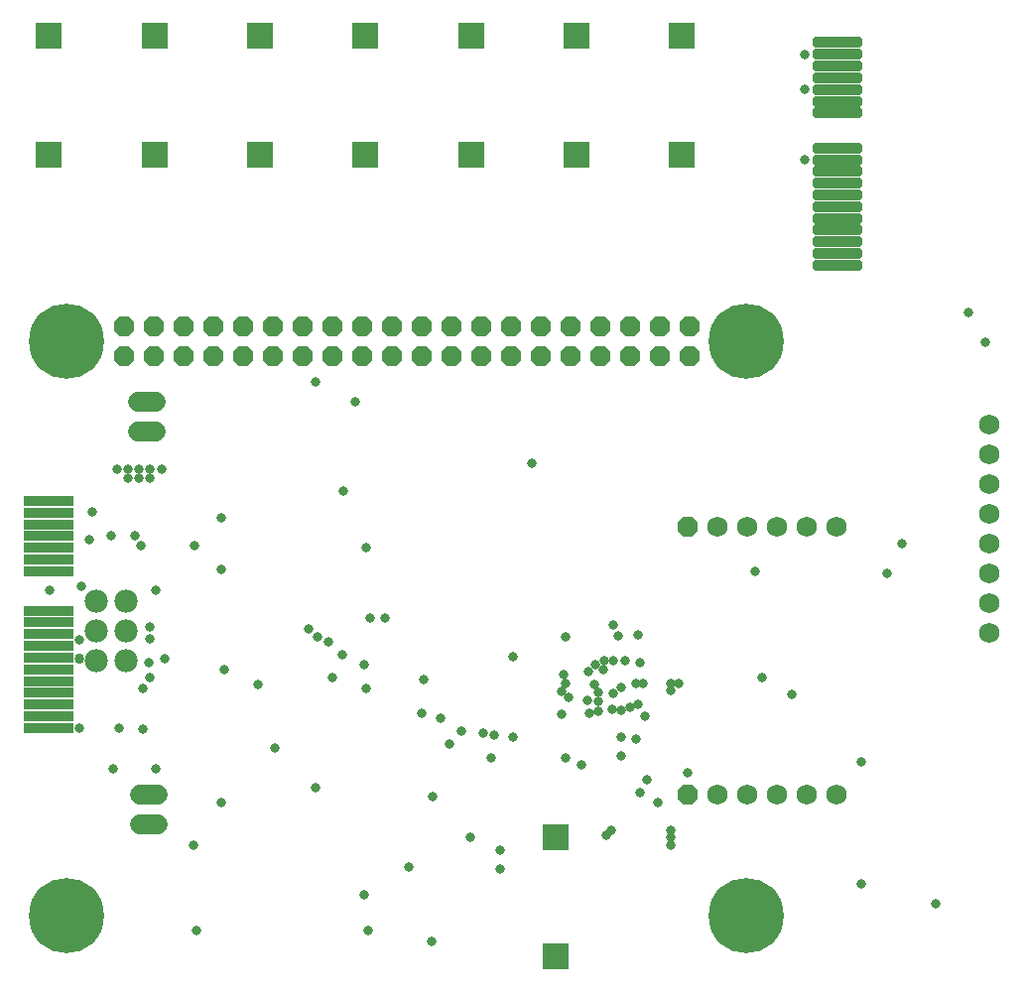
<source format=gbr>
G04 EAGLE Gerber RS-274X export*
G75*
%MOMM*%
%FSLAX34Y34*%
%LPD*%
%INSoldermask Bottom*%
%IPPOS*%
%AMOC8*
5,1,8,0,0,1.08239X$1,22.5*%
G01*
%ADD10C,1.727200*%
%ADD11C,6.403200*%
%ADD12P,1.869504X8X22.500000*%
%ADD13R,4.203200X0.953200*%
%ADD14C,0.478694*%
%ADD15R,2.184400X2.184400*%
%ADD16C,1.981200*%
%ADD17P,1.869504X8X112.500000*%
%ADD18C,1.727200*%
%ADD19C,0.812800*%
%ADD20C,0.858000*%


D10*
X822325Y276225D03*
X822325Y301625D03*
X822325Y327025D03*
X822325Y352425D03*
X822325Y377825D03*
X822325Y403225D03*
X822325Y428625D03*
X822325Y454025D03*
D11*
X35000Y35000D03*
X615000Y35000D03*
X615000Y525000D03*
X35000Y525000D03*
D12*
X83700Y512300D03*
X109100Y512300D03*
X134500Y512300D03*
X159900Y512300D03*
X185300Y512300D03*
X210700Y512300D03*
X83700Y537700D03*
X109100Y537700D03*
X134500Y537700D03*
X159900Y537700D03*
X185300Y537700D03*
X210700Y537700D03*
X236100Y512300D03*
X236100Y537700D03*
X261500Y512300D03*
X286900Y512300D03*
X312300Y512300D03*
X337700Y512300D03*
X363100Y512300D03*
X388500Y512300D03*
X261500Y537700D03*
X286900Y537700D03*
X312300Y537700D03*
X337700Y537700D03*
X363100Y537700D03*
X388500Y537700D03*
X413900Y512300D03*
X413900Y537700D03*
X439300Y512300D03*
X464700Y512300D03*
X490100Y512300D03*
X515500Y512300D03*
X540900Y512300D03*
X566300Y512300D03*
X439300Y537700D03*
X464700Y537700D03*
X490100Y537700D03*
X515500Y537700D03*
X540900Y537700D03*
X566300Y537700D03*
D13*
X20000Y295150D03*
X20000Y285150D03*
X20000Y275150D03*
X20000Y265150D03*
X20000Y255150D03*
X20000Y245150D03*
X20000Y235150D03*
X20000Y195150D03*
X20000Y225150D03*
X20000Y215150D03*
X20000Y205150D03*
X20000Y328850D03*
X20000Y338850D03*
X20000Y348850D03*
X20000Y358850D03*
X20000Y368850D03*
X20000Y378850D03*
X20000Y388850D03*
D14*
X673877Y592123D02*
X711123Y592123D01*
X711123Y587877D01*
X673877Y587877D01*
X673877Y592123D01*
X673877Y602123D02*
X711123Y602123D01*
X711123Y597877D01*
X673877Y597877D01*
X673877Y602123D01*
X673877Y612123D02*
X711123Y612123D01*
X711123Y607877D01*
X673877Y607877D01*
X673877Y612123D01*
X673877Y622123D02*
X711123Y622123D01*
X711123Y617877D01*
X673877Y617877D01*
X673877Y622123D01*
X673877Y632123D02*
X711123Y632123D01*
X711123Y627877D01*
X673877Y627877D01*
X673877Y632123D01*
X673877Y642123D02*
X711123Y642123D01*
X711123Y637877D01*
X673877Y637877D01*
X673877Y642123D01*
X673877Y652123D02*
X711123Y652123D01*
X711123Y647877D01*
X673877Y647877D01*
X673877Y652123D01*
X673877Y662123D02*
X711123Y662123D01*
X711123Y657877D01*
X673877Y657877D01*
X673877Y662123D01*
X673877Y672123D02*
X711123Y672123D01*
X711123Y667877D01*
X673877Y667877D01*
X673877Y672123D01*
X673877Y682123D02*
X711123Y682123D01*
X711123Y677877D01*
X673877Y677877D01*
X673877Y682123D01*
X673877Y692123D02*
X711123Y692123D01*
X711123Y687877D01*
X673877Y687877D01*
X673877Y692123D01*
X673877Y722123D02*
X711123Y722123D01*
X711123Y717877D01*
X673877Y717877D01*
X673877Y722123D01*
X673877Y732123D02*
X711123Y732123D01*
X711123Y727877D01*
X673877Y727877D01*
X673877Y732123D01*
X673877Y742123D02*
X711123Y742123D01*
X711123Y737877D01*
X673877Y737877D01*
X673877Y742123D01*
X673877Y752123D02*
X711123Y752123D01*
X711123Y747877D01*
X673877Y747877D01*
X673877Y752123D01*
X673877Y762123D02*
X711123Y762123D01*
X711123Y757877D01*
X673877Y757877D01*
X673877Y762123D01*
X673877Y772123D02*
X711123Y772123D01*
X711123Y767877D01*
X673877Y767877D01*
X673877Y772123D01*
X673877Y782123D02*
X711123Y782123D01*
X711123Y777877D01*
X673877Y777877D01*
X673877Y782123D01*
D15*
X290000Y684200D03*
X290000Y785800D03*
X380000Y684200D03*
X380000Y785800D03*
X470000Y684200D03*
X470000Y785800D03*
X560000Y684200D03*
X560000Y785800D03*
X110000Y684200D03*
X110000Y785800D03*
X200000Y684200D03*
X200000Y785800D03*
X20000Y684200D03*
X20000Y785800D03*
D16*
X85725Y303213D03*
X85725Y277813D03*
X85725Y252413D03*
X60325Y303213D03*
X60325Y277813D03*
X60325Y252413D03*
D17*
X564500Y138000D03*
D10*
X589900Y138000D03*
X615300Y138000D03*
X640700Y138000D03*
X666100Y138000D03*
X691500Y138000D03*
D17*
X564500Y366600D03*
D10*
X589900Y366600D03*
X615300Y366600D03*
X640700Y366600D03*
X666100Y366600D03*
X691500Y366600D03*
D15*
X452438Y0D03*
X452438Y101600D03*
D18*
X112395Y112713D02*
X97155Y112713D01*
X97155Y138113D02*
X112395Y138113D01*
X110808Y447675D02*
X95568Y447675D01*
X95568Y473075D02*
X110808Y473075D01*
D19*
X520700Y233363D03*
X527050Y233363D03*
X550863Y233363D03*
X550863Y227013D03*
X557213Y233363D03*
X306388Y288925D03*
X74613Y160338D03*
X500063Y107950D03*
X495300Y103188D03*
X550863Y107950D03*
X550863Y95250D03*
X550863Y101600D03*
X493010Y244682D03*
X776700Y45250D03*
X628650Y238125D03*
X505378Y273356D03*
X735013Y327025D03*
X501650Y282575D03*
X747713Y352425D03*
X511175Y252413D03*
X501650Y252413D03*
X46038Y195263D03*
X79375Y195263D03*
X523875Y250825D03*
X522288Y274638D03*
X486033Y249162D03*
X460375Y273050D03*
X508407Y229446D03*
X508361Y171334D03*
X712725Y61925D03*
X292100Y22225D03*
X142875Y95250D03*
X111125Y160338D03*
X198438Y231775D03*
X290513Y228600D03*
X271463Y396875D03*
X346075Y12700D03*
X565150Y157163D03*
X804863Y549275D03*
X819150Y523875D03*
X166688Y131763D03*
X212725Y177800D03*
X327025Y76200D03*
X474663Y163513D03*
X379413Y101600D03*
X347663Y136525D03*
X431800Y420688D03*
X500519Y211295D03*
X400050Y188913D03*
X280988Y473075D03*
X247650Y490538D03*
X508000Y187325D03*
X390525Y190500D03*
X488533Y217444D03*
X339725Y236538D03*
X463098Y221429D03*
X288925Y249238D03*
X461196Y233198D03*
X269875Y257175D03*
X458870Y240493D03*
X258763Y268288D03*
X460375Y169863D03*
X396875Y169863D03*
X480982Y207946D03*
X354013Y203200D03*
X493544Y252481D03*
X713200Y165900D03*
X654050Y223838D03*
X87313Y407988D03*
X77788Y415925D03*
X87313Y415925D03*
X96838Y415925D03*
X106363Y415925D03*
X115888Y415925D03*
X106363Y407988D03*
X96838Y407988D03*
X100013Y193675D03*
X293688Y288925D03*
X100013Y228600D03*
X501362Y224560D03*
X261938Y238125D03*
X104775Y250825D03*
X20638Y312738D03*
X57150Y379413D03*
X415925Y255588D03*
X480072Y243529D03*
X488950Y209550D03*
X415925Y187325D03*
X508225Y210146D03*
X361950Y180975D03*
X520700Y185738D03*
X515616Y212331D03*
X371475Y192088D03*
X169863Y244475D03*
X119063Y254000D03*
X106363Y238125D03*
X247650Y144463D03*
D20*
X46038Y254000D03*
D19*
X457036Y226150D03*
X46038Y269875D03*
X106363Y271463D03*
X249238Y273050D03*
X111125Y312738D03*
X488834Y225647D03*
X47625Y315913D03*
X106363Y280988D03*
X241300Y279400D03*
X146050Y22225D03*
X288925Y52388D03*
X457200Y206375D03*
X479824Y218853D03*
X166688Y374650D03*
X166688Y330200D03*
X290513Y349250D03*
X338138Y207963D03*
X665000Y740000D03*
X665000Y769525D03*
X665000Y680000D03*
X528638Y204788D03*
X523875Y139700D03*
X404813Y90488D03*
X404813Y74613D03*
X522908Y215164D03*
X530225Y150813D03*
X622300Y328613D03*
X53975Y355600D03*
X98425Y350838D03*
X144463Y350838D03*
X73025Y358775D03*
X93663Y358775D03*
X484951Y232457D03*
X539750Y131763D03*
M02*

</source>
